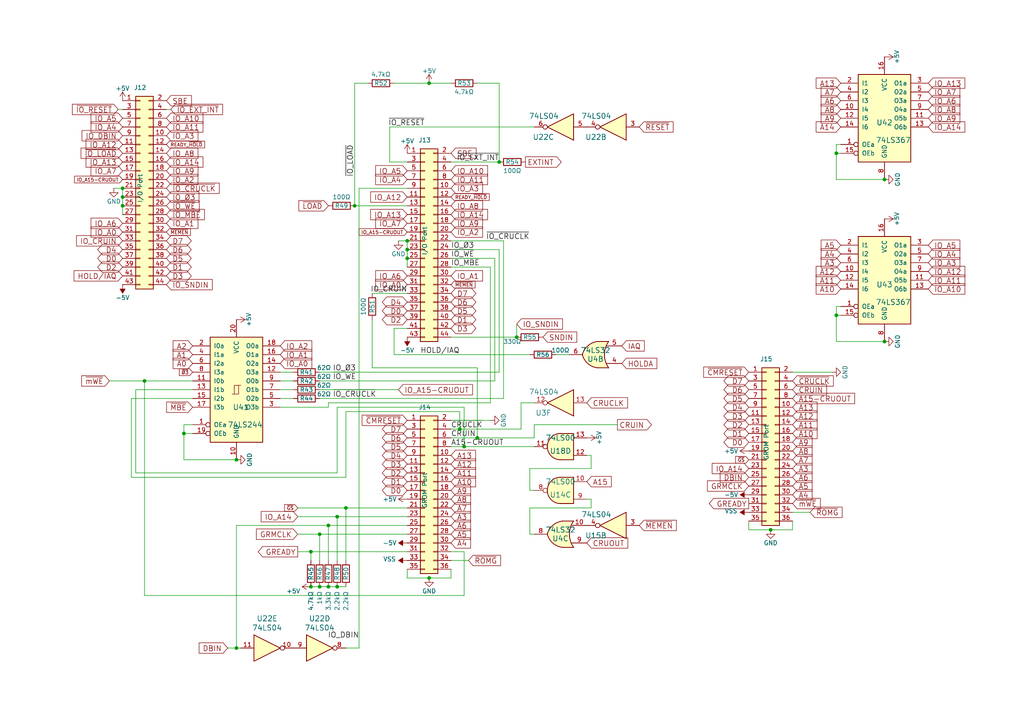
<source format=kicad_sch>
(kicad_sch (version 20211123) (generator eeschema)
  (paper "A4")
  (title_block (title "TI-99/22") (date "2022-12-26") (rev "0.95") (company "Dan Werner - https://github.com/danwerner21/ti99_22") (comment 1 "Schematic for Keyboard, Joystick and Cassette port.") (comment 3 "was based on the HackMac KiCAD Design") (comment 4 "Based Robert Krenicki's design which") (comment 5 "Original - https://github.com/rkrenicki/TI99-Motherboard"))
  (lib_symbols
    (symbol "74xx:74LS00" (pin_names (offset 1.016))
      (property "Reference" "U" (at 0 1.27 0))
      (property "Value" "74LS00" (at 0 -1.27 0))
      (symbol "74LS00_1_1"
        (pin input line (at -7.62 2.54 0) (length 3.81) (name "~") (number "1"))
        (pin input line (at -7.62 -2.54 0) (length 3.81) (name "~") (number "2"))
        (pin output inverted (at 7.62 0 180) (length 3.81) (name "~") (number "3"))
      )
      (symbol "74LS00_1_2"
        (pin input inverted (at -7.62 2.54 0) (length 4.318) (name "~") (number "1"))
        (pin input inverted (at -7.62 -2.54 0) (length 4.318) (name "~") (number "2"))
        (pin output line (at 7.62 0 180) (length 3.81) (name "~") (number "3"))
      )
      (symbol "74LS00_2_1"
        (pin input line (at -7.62 2.54 0) (length 3.81) (name "~") (number "4"))
        (pin input line (at -7.62 -2.54 0) (length 3.81) (name "~") (number "5"))
        (pin output inverted (at 7.62 0 180) (length 3.81) (name "~") (number "6"))
      )
      (symbol "74LS00_2_2"
        (pin input inverted (at -7.62 2.54 0) (length 4.318) (name "~") (number "4"))
        (pin input inverted (at -7.62 -2.54 0) (length 4.318) (name "~") (number "5"))
        (pin output line (at 7.62 0 180) (length 3.81) (name "~") (number "6"))
      )
      (symbol "74LS00_3_1"
        (pin input line (at -7.62 -2.54 0) (length 3.81) (name "~") (number "10"))
        (pin output inverted (at 7.62 0 180) (length 3.81) (name "~") (number "8"))
        (pin input line (at -7.62 2.54 0) (length 3.81) (name "~") (number "9"))
      )
      (symbol "74LS00_3_2"
        (pin input inverted (at -7.62 -2.54 0) (length 4.318) (name "~") (number "10"))
        (pin output line (at 7.62 0 180) (length 3.81) (name "~") (number "8"))
        (pin input inverted (at -7.62 2.54 0) (length 4.318) (name "~") (number "9"))
      )
      (symbol "74LS00_4_1"
        (pin output inverted (at 7.62 0 180) (length 3.81) (name "~") (number "11"))
        (pin input line (at -7.62 2.54 0) (length 3.81) (name "~") (number "12"))
        (pin input line (at -7.62 -2.54 0) (length 3.81) (name "~") (number "13"))
      )
      (symbol "74LS00_4_2"
        (pin output line (at 7.62 0 180) (length 3.81) (name "~") (number "11"))
        (pin input inverted (at -7.62 2.54 0) (length 4.318) (name "~") (number "12"))
        (pin input inverted (at -7.62 -2.54 0) (length 4.318) (name "~") (number "13"))
      )
      (symbol "74LS00_5_0"
        (pin power_in line (at 0 12.7 270) (length 5.08) (name "VCC") (number "14"))
        (pin power_in line (at 0 -12.7 90) (length 5.08) (name "GND") (number "7"))
      )
    )
    (symbol "74xx:74LS04"
      (property "Reference" "U" (at 0 1.27 0))
      (property "Value" "74LS04" (at 0 -1.27 0))
      (symbol "74LS04_1_0"
        (pin input line (at -7.62 0 0) (length 3.81) (name "~") (number "1"))
        (pin output inverted (at 7.62 0 180) (length 3.81) (name "~") (number "2"))
      )
      (symbol "74LS04_2_0"
        (pin input line (at -7.62 0 0) (length 3.81) (name "~") (number "3"))
        (pin output inverted (at 7.62 0 180) (length 3.81) (name "~") (number "4"))
      )
      (symbol "74LS04_3_0"
        (pin input line (at -7.62 0 0) (length 3.81) (name "~") (number "5"))
        (pin output inverted (at 7.62 0 180) (length 3.81) (name "~") (number "6"))
      )
      (symbol "74LS04_4_0"
        (pin output inverted (at 7.62 0 180) (length 3.81) (name "~") (number "8"))
        (pin input line (at -7.62 0 0) (length 3.81) (name "~") (number "9"))
      )
      (symbol "74LS04_5_0"
        (pin output inverted (at 7.62 0 180) (length 3.81) (name "~") (number "10"))
        (pin input line (at -7.62 0 0) (length 3.81) (name "~") (number "11"))
      )
      (symbol "74LS04_6_0"
        (pin output inverted (at 7.62 0 180) (length 3.81) (name "~") (number "12"))
        (pin input line (at -7.62 0 0) (length 3.81) (name "~") (number "13"))
      )
      (symbol "74LS04_7_0"
        (pin power_in line (at 0 12.7 270) (length 5.08) (name "VCC") (number "14"))
        (pin power_in line (at 0 -12.7 90) (length 5.08) (name "GND") (number "7"))
      )
    )
    (symbol "74xx:74LS244" (pin_names (offset 1.016))
      (property "Reference" "U" (at -7.62 16.51 0))
      (property "Value" "74LS244" (at -7.62 -16.51 0))
      (symbol "74LS244_1_0"
        (pin input inverted (at -12.7 -10.16 0) (length 5.08) (name "OEa") (number "1"))
        (pin power_in line (at 0 -20.32 90) (length 5.08) (name "GND") (number "10"))
        (pin input line (at -12.7 2.54 0) (length 5.08) (name "I0b") (number "11"))
        (pin tri_state line (at 12.7 5.08 180) (length 5.08) (name "O3a") (number "12"))
        (pin input line (at -12.7 0 0) (length 5.08) (name "I1b") (number "13"))
        (pin tri_state line (at 12.7 7.62 180) (length 5.08) (name "O2a") (number "14"))
        (pin input line (at -12.7 -2.54 0) (length 5.08) (name "I2b") (number "15"))
        (pin tri_state line (at 12.7 10.16 180) (length 5.08) (name "O1a") (number "16"))
        (pin input line (at -12.7 -5.08 0) (length 5.08) (name "I3b") (number "17"))
        (pin tri_state line (at 12.7 12.7 180) (length 5.08) (name "O0a") (number "18"))
        (pin input inverted (at -12.7 -12.7 0) (length 5.08) (name "OEb") (number "19"))
        (pin input line (at -12.7 12.7 0) (length 5.08) (name "I0a") (number "2"))
        (pin power_in line (at 0 20.32 270) (length 5.08) (name "VCC") (number "20"))
        (pin tri_state line (at 12.7 -5.08 180) (length 5.08) (name "O3b") (number "3"))
        (pin input line (at -12.7 10.16 0) (length 5.08) (name "I1a") (number "4"))
        (pin tri_state line (at 12.7 -2.54 180) (length 5.08) (name "O2b") (number "5"))
        (pin input line (at -12.7 7.62 0) (length 5.08) (name "I2a") (number "6"))
        (pin tri_state line (at 12.7 0 180) (length 5.08) (name "O1b") (number "7"))
        (pin input line (at -12.7 5.08 0) (length 5.08) (name "I3a") (number "8"))
        (pin tri_state line (at 12.7 2.54 180) (length 5.08) (name "O0b") (number "9"))
      )
    )
    (symbol "74xx:74LS32" (pin_names (offset 1.016))
      (property "Reference" "U" (at 0 1.27 0))
      (property "Value" "74LS32" (at 0 -1.27 0))
      (symbol "74LS32_1_1"
        (pin input line (at -7.62 2.54 0) (length 4.318) (name "~") (number "1"))
        (pin input line (at -7.62 -2.54 0) (length 4.318) (name "~") (number "2"))
        (pin output line (at 7.62 0 180) (length 3.81) (name "~") (number "3"))
      )
      (symbol "74LS32_1_2"
        (pin input inverted (at -7.62 2.54 0) (length 3.81) (name "~") (number "1"))
        (pin input inverted (at -7.62 -2.54 0) (length 3.81) (name "~") (number "2"))
        (pin output inverted (at 7.62 0 180) (length 3.81) (name "~") (number "3"))
      )
      (symbol "74LS32_2_1"
        (pin input line (at -7.62 2.54 0) (length 4.318) (name "~") (number "4"))
        (pin input line (at -7.62 -2.54 0) (length 4.318) (name "~") (number "5"))
        (pin output line (at 7.62 0 180) (length 3.81) (name "~") (number "6"))
      )
      (symbol "74LS32_2_2"
        (pin input inverted (at -7.62 2.54 0) (length 3.81) (name "~") (number "4"))
        (pin input inverted (at -7.62 -2.54 0) (length 3.81) (name "~") (number "5"))
        (pin output inverted (at 7.62 0 180) (length 3.81) (name "~") (number "6"))
      )
      (symbol "74LS32_3_1"
        (pin input line (at -7.62 -2.54 0) (length 4.318) (name "~") (number "10"))
        (pin output line (at 7.62 0 180) (length 3.81) (name "~") (number "8"))
        (pin input line (at -7.62 2.54 0) (length 4.318) (name "~") (number "9"))
      )
      (symbol "74LS32_3_2"
        (pin input inverted (at -7.62 -2.54 0) (length 3.81) (name "~") (number "10"))
        (pin output inverted (at 7.62 0 180) (length 3.81) (name "~") (number "8"))
        (pin input inverted (at -7.62 2.54 0) (length 3.81) (name "~") (number "9"))
      )
      (symbol "74LS32_4_1"
        (pin output line (at 7.62 0 180) (length 3.81) (name "~") (number "11"))
        (pin input line (at -7.62 2.54 0) (length 4.318) (name "~") (number "12"))
        (pin input line (at -7.62 -2.54 0) (length 4.318) (name "~") (number "13"))
      )
      (symbol "74LS32_4_2"
        (pin output inverted (at 7.62 0 180) (length 3.81) (name "~") (number "11"))
        (pin input inverted (at -7.62 2.54 0) (length 3.81) (name "~") (number "12"))
        (pin input inverted (at -7.62 -2.54 0) (length 3.81) (name "~") (number "13"))
      )
      (symbol "74LS32_5_0"
        (pin power_in line (at 0 12.7 270) (length 5.08) (name "VCC") (number "14"))
        (pin power_in line (at 0 -12.7 90) (length 5.08) (name "GND") (number "7"))
      )
    )
    (symbol "74xx:74LS367" (pin_names (offset 1.016))
      (property "Reference" "U" (at -7.62 13.97 0))
      (property "Value" "74LS367" (at -7.62 -13.97 0))
      (symbol "74LS367_1_0"
        (pin input inverted (at -12.7 -7.62 0) (length 5.08) (name "OEa") (number "1"))
        (pin input line (at -12.7 2.54 0) (length 5.08) (name "I4") (number "10"))
        (pin tri_state line (at 12.7 0 180) (length 5.08) (name "O5b") (number "11"))
        (pin input line (at -12.7 0 0) (length 5.08) (name "I5") (number "12"))
        (pin tri_state line (at 12.7 -2.54 180) (length 5.08) (name "O6b") (number "13"))
        (pin input line (at -12.7 -2.54 0) (length 5.08) (name "I6") (number "14"))
        (pin input inverted (at -12.7 -10.16 0) (length 5.08) (name "OEb") (number "15"))
        (pin power_in line (at 0 17.78 270) (length 5.08) (name "VCC") (number "16"))
        (pin input line (at -12.7 10.16 0) (length 5.08) (name "I1") (number "2"))
        (pin tri_state line (at 12.7 10.16 180) (length 5.08) (name "O1a") (number "3"))
        (pin input line (at -12.7 7.62 0) (length 5.08) (name "I2") (number "4"))
        (pin tri_state line (at 12.7 7.62 180) (length 5.08) (name "O2a") (number "5"))
        (pin input line (at -12.7 5.08 0) (length 5.08) (name "I3") (number "6"))
        (pin tri_state line (at 12.7 5.08 180) (length 5.08) (name "O3a") (number "7"))
        (pin power_in line (at 0 -17.78 90) (length 5.08) (name "GND") (number "8"))
        (pin tri_state line (at 12.7 2.54 180) (length 5.08) (name "O4a") (number "9"))
      )
    )
    (symbol "Connector_Generic:Conn_02x18_Odd_Even" (pin_names (offset 1.016) hide)
      (property "Reference" "J" (at 1.27 22.86 0))
      (property "Value" "Conn_02x18_Odd_Even" (at 1.27 -25.4 0))
      (symbol "Conn_02x18_Odd_Even_1_1"
        (pin passive line (at -5.08 20.32 0) (length 3.81) (name "Pin_1") (number "1"))
        (pin passive line (at 7.62 10.16 180) (length 3.81) (name "Pin_10") (number "10"))
        (pin passive line (at -5.08 7.62 0) (length 3.81) (name "Pin_11") (number "11"))
        (pin passive line (at 7.62 7.62 180) (length 3.81) (name "Pin_12") (number "12"))
        (pin passive line (at -5.08 5.08 0) (length 3.81) (name "Pin_13") (number "13"))
        (pin passive line (at 7.62 5.08 180) (length 3.81) (name "Pin_14") (number "14"))
        (pin passive line (at -5.08 2.54 0) (length 3.81) (name "Pin_15") (number "15"))
        (pin passive line (at 7.62 2.54 180) (length 3.81) (name "Pin_16") (number "16"))
        (pin passive line (at -5.08 0 0) (length 3.81) (name "Pin_17") (number "17"))
        (pin passive line (at 7.62 0 180) (length 3.81) (name "Pin_18") (number "18"))
        (pin passive line (at -5.08 -2.54 0) (length 3.81) (name "Pin_19") (number "19"))
        (pin passive line (at 7.62 20.32 180) (length 3.81) (name "Pin_2") (number "2"))
        (pin passive line (at 7.62 -2.54 180) (length 3.81) (name "Pin_20") (number "20"))
        (pin passive line (at -5.08 -5.08 0) (length 3.81) (name "Pin_21") (number "21"))
        (pin passive line (at 7.62 -5.08 180) (length 3.81) (name "Pin_22") (number "22"))
        (pin passive line (at -5.08 -7.62 0) (length 3.81) (name "Pin_23") (number "23"))
        (pin passive line (at 7.62 -7.62 180) (length 3.81) (name "Pin_24") (number "24"))
        (pin passive line (at -5.08 -10.16 0) (length 3.81) (name "Pin_25") (number "25"))
        (pin passive line (at 7.62 -10.16 180) (length 3.81) (name "Pin_26") (number "26"))
        (pin passive line (at -5.08 -12.7 0) (length 3.81) (name "Pin_27") (number "27"))
        (pin passive line (at 7.62 -12.7 180) (length 3.81) (name "Pin_28") (number "28"))
        (pin passive line (at -5.08 -15.24 0) (length 3.81) (name "Pin_29") (number "29"))
        (pin passive line (at -5.08 17.78 0) (length 3.81) (name "Pin_3") (number "3"))
        (pin passive line (at 7.62 -15.24 180) (length 3.81) (name "Pin_30") (number "30"))
        (pin passive line (at -5.08 -17.78 0) (length 3.81) (name "Pin_31") (number "31"))
        (pin passive line (at 7.62 -17.78 180) (length 3.81) (name "Pin_32") (number "32"))
        (pin passive line (at -5.08 -20.32 0) (length 3.81) (name "Pin_33") (number "33"))
        (pin passive line (at 7.62 -20.32 180) (length 3.81) (name "Pin_34") (number "34"))
        (pin passive line (at -5.08 -22.86 0) (length 3.81) (name "Pin_35") (number "35"))
        (pin passive line (at 7.62 -22.86 180) (length 3.81) (name "Pin_36") (number "36"))
        (pin passive line (at 7.62 17.78 180) (length 3.81) (name "Pin_4") (number "4"))
        (pin passive line (at -5.08 15.24 0) (length 3.81) (name "Pin_5") (number "5"))
        (pin passive line (at 7.62 15.24 180) (length 3.81) (name "Pin_6") (number "6"))
        (pin passive line (at -5.08 12.7 0) (length 3.81) (name "Pin_7") (number "7"))
        (pin passive line (at 7.62 12.7 180) (length 3.81) (name "Pin_8") (number "8"))
        (pin passive line (at -5.08 10.16 0) (length 3.81) (name "Pin_9") (number "9"))
      )
    )
    (symbol "Connector_Generic:Conn_02x22_Odd_Even" (pin_names (offset 1.016) hide)
      (property "Reference" "J" (at 1.27 27.94 0))
      (property "Value" "Conn_02x22_Odd_Even" (at 1.27 -30.48 0))
      (symbol "Conn_02x22_Odd_Even_1_1"
        (pin passive line (at -5.08 25.4 0) (length 3.81) (name "Pin_1") (number "1"))
        (pin passive line (at 7.62 15.24 180) (length 3.81) (name "Pin_10") (number "10"))
        (pin passive line (at -5.08 12.7 0) (length 3.81) (name "Pin_11") (number "11"))
        (pin passive line (at 7.62 12.7 180) (length 3.81) (name "Pin_12") (number "12"))
        (pin passive line (at -5.08 10.16 0) (length 3.81) (name "Pin_13") (number "13"))
        (pin passive line (at 7.62 10.16 180) (length 3.81) (name "Pin_14") (number "14"))
        (pin passive line (at -5.08 7.62 0) (length 3.81) (name "Pin_15") (number "15"))
        (pin passive line (at 7.62 7.62 180) (length 3.81) (name "Pin_16") (number "16"))
        (pin passive line (at -5.08 5.08 0) (length 3.81) (name "Pin_17") (number "17"))
        (pin passive line (at 7.62 5.08 180) (length 3.81) (name "Pin_18") (number "18"))
        (pin passive line (at -5.08 2.54 0) (length 3.81) (name "Pin_19") (number "19"))
        (pin passive line (at 7.62 25.4 180) (length 3.81) (name "Pin_2") (number "2"))
        (pin passive line (at 7.62 2.54 180) (length 3.81) (name "Pin_20") (number "20"))
        (pin passive line (at -5.08 0 0) (length 3.81) (name "Pin_21") (number "21"))
        (pin passive line (at 7.62 0 180) (length 3.81) (name "Pin_22") (number "22"))
        (pin passive line (at -5.08 -2.54 0) (length 3.81) (name "Pin_23") (number "23"))
        (pin passive line (at 7.62 -2.54 180) (length 3.81) (name "Pin_24") (number "24"))
        (pin passive line (at -5.08 -5.08 0) (length 3.81) (name "Pin_25") (number "25"))
        (pin passive line (at 7.62 -5.08 180) (length 3.81) (name "Pin_26") (number "26"))
        (pin passive line (at -5.08 -7.62 0) (length 3.81) (name "Pin_27") (number "27"))
        (pin passive line (at 7.62 -7.62 180) (length 3.81) (name "Pin_28") (number "28"))
        (pin passive line (at -5.08 -10.16 0) (length 3.81) (name "Pin_29") (number "29"))
        (pin passive line (at -5.08 22.86 0) (length 3.81) (name "Pin_3") (number "3"))
        (pin passive line (at 7.62 -10.16 180) (length 3.81) (name "Pin_30") (number "30"))
        (pin passive line (at -5.08 -12.7 0) (length 3.81) (name "Pin_31") (number "31"))
        (pin passive line (at 7.62 -12.7 180) (length 3.81) (name "Pin_32") (number "32"))
        (pin passive line (at -5.08 -15.24 0) (length 3.81) (name "Pin_33") (number "33"))
        (pin passive line (at 7.62 -15.24 180) (length 3.81) (name "Pin_34") (number "34"))
        (pin passive line (at -5.08 -17.78 0) (length 3.81) (name "Pin_35") (number "35"))
        (pin passive line (at 7.62 -17.78 180) (length 3.81) (name "Pin_36") (number "36"))
        (pin passive line (at -5.08 -20.32 0) (length 3.81) (name "Pin_37") (number "37"))
        (pin passive line (at 7.62 -20.32 180) (length 3.81) (name "Pin_38") (number "38"))
        (pin passive line (at -5.08 -22.86 0) (length 3.81) (name "Pin_39") (number "39"))
        (pin passive line (at 7.62 22.86 180) (length 3.81) (name "Pin_4") (number "4"))
        (pin passive line (at 7.62 -22.86 180) (length 3.81) (name "Pin_40") (number "40"))
        (pin passive line (at -5.08 -25.4 0) (length 3.81) (name "Pin_41") (number "41"))
        (pin passive line (at 7.62 -25.4 180) (length 3.81) (name "Pin_42") (number "42"))
        (pin passive line (at -5.08 -27.94 0) (length 3.81) (name "Pin_43") (number "43"))
        (pin passive line (at 7.62 -27.94 180) (length 3.81) (name "Pin_44") (number "44"))
        (pin passive line (at -5.08 20.32 0) (length 3.81) (name "Pin_5") (number "5"))
        (pin passive line (at 7.62 20.32 180) (length 3.81) (name "Pin_6") (number "6"))
        (pin passive line (at -5.08 17.78 0) (length 3.81) (name "Pin_7") (number "7"))
        (pin passive line (at 7.62 17.78 180) (length 3.81) (name "Pin_8") (number "8"))
        (pin passive line (at -5.08 15.24 0) (length 3.81) (name "Pin_9") (number "9"))
      )
    )
    (symbol "Device:R" (pin_numbers hide) (pin_names (offset 0))
      (property "Reference" "R" (at 2.032 0 90))
      (property "Value" "R" (at 0 0 90))
      (symbol "R_1_1"
        (pin passive line (at 0 3.81 270) (length 1.27) (name "~") (number "1"))
        (pin passive line (at 0 -3.81 90) (length 1.27) (name "~") (number "2"))
      )
    )
    (symbol "power:+5V" (power) (pin_names (offset 0))
      (property "Value" "+5V" (at 0 3.556 0))
      (symbol "+5V_1_1"
        (pin power_in line (at 0 0 90) (length 0) hide (name "+5V") (number "1"))
      )
    )
    (symbol "power:-5V" (power) (pin_names (offset 0))
      (property "Value" "-5V" (at 0 3.81 0))
      (symbol "-5V_0_0"
        (pin power_in line (at 0 0 90) (length 0) hide (name "-5V") (number "1"))
      )
    )
    (symbol "power:GND" (power) (pin_names (offset 0))
      (property "Value" "GND" (at 0 -3.81 0))
      (symbol "GND_1_1"
        (pin power_in line (at 0 0 270) (length 0) hide (name "GND") (number "1"))
      )
    )
    (symbol "power:VSS" (power) (pin_names (offset 0))
      (property "Value" "VSS" (at 0 3.81 0))
      (symbol "VSS_1_1"
        (pin power_in line (at 0 0 90) (length 0) hide (name "VSS") (number "1"))
      )
    )
  )
  (junction (at 92.71 170.18))
  (junction (at 102.87 59.69))
  (junction (at 97.79 170.18))
  (junction (at 133.35 124.46))
  (junction (at 256.54 52.07))
  (junction (at 124.46 24.13))
  (junction (at 53.34 125.73))
  (junction (at 35.56 57.15))
  (junction (at 95.25 152.4))
  (junction (at 144.78 46.99))
  (junction (at 95.25 170.18))
  (junction (at 118.11 74.93))
  (junction (at 35.56 59.69))
  (junction (at 242.57 44.45))
  (junction (at 90.17 160.02))
  (junction (at 118.11 69.85))
  (junction (at 100.33 147.32))
  (junction (at 134.62 129.54))
  (junction (at 92.71 154.94))
  (junction (at 118.11 72.39))
  (junction (at 68.58 133.35))
  (junction (at 90.17 170.18))
  (junction (at 97.79 149.86))
  (junction (at 256.54 99.06))
  (junction (at 242.57 91.44))
  (junction (at 138.43 127))
  (junction (at 223.52 153.67))
  (junction (at 124.46 167.64))
  (junction (at 35.56 54.61))
  (junction (at 68.58 187.96))
  (junction (at 149.86 97.79))
  (junction (at 41.91 110.49))
  (wire (pts (xy 154.94 142.24) (xy 153.67 142.24)))
  (wire (pts (xy 229.87 153.67) (xy 229.87 151.13)))
  (wire (pts (xy 130.81 160.02) (xy 134.62 160.02)))
  (wire (pts (xy 33.02 54.61) (xy 35.56 54.61)))
  (wire (pts (xy 97.79 137.16) (xy 97.79 118.11)))
  (wire (pts (xy 242.57 41.91) (xy 242.57 44.45)))
  (wire (pts (xy 217.17 153.67) (xy 223.52 153.67)))
  (wire (pts (xy 124.46 167.64) (xy 130.81 167.64)))
  (wire (pts (xy 229.87 107.95) (xy 241.3 107.95)))
  (wire (pts (xy 144.78 107.95) (xy 144.78 72.39)))
  (wire (pts (xy 130.81 124.46) (xy 133.35 124.46)))
  (wire (pts (xy 133.35 124.46) (xy 151.13 124.46)))
  (wire (pts (xy 242.57 88.9) (xy 242.57 91.44)))
  (wire (pts (xy 130.81 167.64) (xy 130.81 165.1)))
  (wire (pts (xy 153.67 135.89) (xy 171.45 135.89)))
  (wire (pts (xy 97.79 149.86) (xy 97.79 162.56)))
  (wire (pts (xy 92.71 115.57) (xy 146.05 115.57)))
  (wire (pts (xy 95.25 170.18) (xy 97.79 170.18)))
  (wire (pts (xy 138.43 24.13) (xy 144.78 24.13)))
  (wire (pts (xy 118.11 74.93) (xy 118.11 77.47)))
  (wire (pts (xy 86.36 149.86) (xy 97.79 149.86)))
  (wire (pts (xy 138.43 106.68) (xy 138.43 127)))
  (wire (pts (xy 104.14 54.61) (xy 118.11 54.61)))
  (wire (pts (xy 81.28 115.57) (xy 85.09 115.57)))
  (wire (pts (xy 153.67 142.24) (xy 153.67 135.89)))
  (wire (pts (xy 86.36 154.94) (xy 92.71 154.94)))
  (wire (pts (xy 153.67 102.87) (xy 114.3 102.87)))
  (wire (pts (xy 118.11 165.1) (xy 118.11 167.64)))
  (wire (pts (xy 114.3 95.25) (xy 118.11 95.25)))
  (wire (pts (xy 149.86 93.98) (xy 149.86 97.79)))
  (wire (pts (xy 124.46 24.13) (xy 114.3 24.13)))
  (wire (pts (xy 86.36 147.32) (xy 100.33 147.32)))
  (wire (pts (xy 243.84 44.45) (xy 242.57 44.45)))
  (wire (pts (xy 113.03 46.99) (xy 118.11 46.99)))
  (wire (pts (xy 38.1 115.57) (xy 38.1 138.43)))
  (wire (pts (xy 138.43 127) (xy 130.81 127)))
  (wire (pts (xy 95.25 162.56) (xy 95.25 152.4)))
  (wire (pts (xy 256.54 99.06) (xy 242.57 99.06)))
  (wire (pts (xy 242.57 52.07) (xy 256.54 52.07)))
  (wire (pts (xy 146.05 115.57) (xy 146.05 69.85)))
  (wire (pts (xy 81.28 118.11) (xy 95.25 118.11)))
  (wire (pts (xy 85.09 113.03) (xy 81.28 113.03)))
  (wire (pts (xy 41.91 110.49) (xy 55.88 110.49)))
  (wire (pts (xy 135.89 162.56) (xy 130.81 162.56)))
  (wire (pts (xy 38.1 115.57) (xy 55.88 115.57)))
  (wire (pts (xy 243.84 91.44) (xy 242.57 91.44)))
  (wire (pts (xy 134.62 160.02) (xy 134.62 172.72)))
  (wire (pts (xy 39.37 137.16) (xy 97.79 137.16)))
  (wire (pts (xy 39.37 113.03) (xy 39.37 137.16)))
  (wire (pts (xy 97.79 149.86) (xy 118.11 149.86)))
  (wire (pts (xy 114.3 102.87) (xy 114.3 95.25)))
  (wire (pts (xy 90.17 160.02) (xy 118.11 160.02)))
  (wire (pts (xy 100.33 138.43) (xy 100.33 119.38)))
  (wire (pts (xy 138.43 127) (xy 154.94 127)))
  (wire (pts (xy 102.87 59.69) (xy 102.87 24.13)))
  (wire (pts (xy 153.67 154.94) (xy 153.67 147.32)))
  (wire (pts (xy 107.95 85.09) (xy 118.11 85.09)))
  (wire (pts (xy 143.51 74.93) (xy 130.81 74.93)))
  (wire (pts (xy 107.95 106.68) (xy 107.95 92.71)))
  (wire (pts (xy 100.33 187.96) (xy 104.14 187.96)))
  (wire (pts (xy 243.84 41.91) (xy 242.57 41.91)))
  (wire (pts (xy 104.14 187.96) (xy 104.14 54.61)))
  (wire (pts (xy 95.25 116.84) (xy 142.24 116.84)))
  (wire (pts (xy 92.71 110.49) (xy 143.51 110.49)))
  (wire (pts (xy 102.87 59.69) (xy 118.11 59.69)))
  (wire (pts (xy 53.34 133.35) (xy 53.34 125.73)))
  (wire (pts (xy 100.33 119.38) (xy 133.35 119.38)))
  (wire (pts (xy 90.17 170.18) (xy 92.71 170.18)))
  (wire (pts (xy 41.91 172.72) (xy 134.62 172.72)))
  (wire (pts (xy 100.33 162.56) (xy 100.33 147.32)))
  (wire (pts (xy 95.25 116.84) (xy 95.25 118.11)))
  (wire (pts (xy 68.58 187.96) (xy 68.58 152.4)))
  (wire (pts (xy 39.37 113.03) (xy 55.88 113.03)))
  (wire (pts (xy 118.11 72.39) (xy 118.11 74.93)))
  (wire (pts (xy 171.45 132.08) (xy 170.18 132.08)))
  (wire (pts (xy 130.81 129.54) (xy 134.62 129.54)))
  (wire (pts (xy 100.33 147.32) (xy 118.11 147.32)))
  (wire (pts (xy 35.56 57.15) (xy 35.56 59.69)))
  (wire (pts (xy 153.67 147.32) (xy 171.45 147.32)))
  (wire (pts (xy 34.29 31.75) (xy 35.56 31.75)))
  (wire (pts (xy 92.71 107.95) (xy 144.78 107.95)))
  (wire (pts (xy 35.56 54.61) (xy 35.56 57.15)))
  (wire (pts (xy 31.75 110.49) (xy 41.91 110.49)))
  (wire (pts (xy 171.45 147.32) (xy 171.45 144.78)))
  (wire (pts (xy 242.57 99.06) (xy 242.57 91.44)))
  (wire (pts (xy 95.25 152.4) (xy 118.11 152.4)))
  (wire (pts (xy 55.88 123.19) (xy 53.34 123.19)))
  (wire (pts (xy 130.81 121.92) (xy 142.24 121.92)))
  (wire (pts (xy 243.84 88.9) (xy 242.57 88.9)))
  (wire (pts (xy 35.56 59.69) (xy 35.56 62.23)))
  (wire (pts (xy 118.11 69.85) (xy 118.11 72.39)))
  (wire (pts (xy 106.68 24.13) (xy 102.87 24.13)))
  (wire (pts (xy 81.28 110.49) (xy 85.09 110.49)))
  (wire (pts (xy 130.81 46.99) (xy 144.78 46.99)))
  (wire (pts (xy 143.51 110.49) (xy 143.51 74.93)))
  (wire (pts (xy 217.17 151.13) (xy 217.17 153.67)))
  (wire (pts (xy 151.13 116.84) (xy 151.13 124.46)))
  (wire (pts (xy 161.29 102.87) (xy 165.1 102.87)))
  (wire (pts (xy 142.24 116.84) (xy 142.24 77.47)))
  (wire (pts (xy 68.58 133.35) (xy 53.34 133.35)))
  (wire (pts (xy 154.94 127) (xy 154.94 123.19)))
  (wire (pts (xy 146.05 69.85) (xy 130.81 69.85)))
  (wire (pts (xy 171.45 144.78) (xy 170.18 144.78)))
  (wire (pts (xy 53.34 125.73) (xy 55.88 125.73)))
  (wire (pts (xy 133.35 119.38) (xy 133.35 124.46)))
  (wire (pts (xy 154.94 123.19) (xy 179.07 123.19)))
  (wire (pts (xy 115.57 69.85) (xy 118.11 69.85)))
  (wire (pts (xy 48.26 31.75) (xy 49.53 31.75)))
  (wire (pts (xy 138.43 106.68) (xy 107.95 106.68)))
  (wire (pts (xy 68.58 152.4) (xy 95.25 152.4)))
  (wire (pts (xy 90.17 162.56) (xy 90.17 160.02)))
  (wire (pts (xy 97.79 118.11) (xy 134.62 118.11)))
  (wire (pts (xy 154.94 154.94) (xy 153.67 154.94)))
  (wire (pts (xy 124.46 24.13) (xy 130.81 24.13)))
  (wire (pts (xy 144.78 24.13) (xy 144.78 46.99)))
  (wire (pts (xy 41.91 110.49) (xy 41.91 172.72)))
  (wire (pts (xy 92.71 154.94) (xy 118.11 154.94)))
  (wire (pts (xy 171.45 135.89) (xy 171.45 132.08)))
  (wire (pts (xy 154.94 36.83) (xy 113.03 36.83)))
  (wire (pts (xy 92.71 154.94) (xy 92.71 162.56)))
  (wire (pts (xy 234.95 148.59) (xy 229.87 148.59)))
  (wire (pts (xy 66.04 187.96) (xy 68.58 187.96)))
  (wire (pts (xy 130.81 97.79) (xy 149.86 97.79)))
  (wire (pts (xy 151.13 116.84) (xy 154.94 116.84)))
  (wire (pts (xy 86.36 160.02) (xy 90.17 160.02)))
  (wire (pts (xy 130.81 77.47) (xy 142.24 77.47)))
  (wire (pts (xy 242.57 44.45) (xy 242.57 52.07)))
  (wire (pts (xy 118.11 167.64) (xy 124.46 167.64)))
  (wire (pts (xy 92.71 170.18) (xy 95.25 170.18)))
  (wire (pts (xy 85.09 107.95) (xy 81.28 107.95)))
  (wire (pts (xy 97.79 170.18) (xy 100.33 170.18)))
  (wire (pts (xy 53.34 123.19) (xy 53.34 125.73)))
  (wire (pts (xy 144.78 72.39) (xy 130.81 72.39)))
  (wire (pts (xy 134.62 118.11) (xy 134.62 129.54)))
  (wire (pts (xy 69.85 187.96) (xy 68.58 187.96)))
  (wire (pts (xy 92.71 113.03) (xy 115.57 113.03)))
  (wire (pts (xy 134.62 129.54) (xy 154.94 129.54)))
  (wire (pts (xy 223.52 153.67) (xy 229.87 153.67)))
  (wire (pts (xy 113.03 36.83) (xy 113.03 46.99)))
  (wire (pts (xy 38.1 138.43) (xy 100.33 138.43)))
  (label "~{IO_LOAD}" (at 102.87 41.91 270) (effects (font (size 1.524 1.524))))
  (label "IO_CRUIN" (at 118.11 85.09 180) (effects (font (size 1.524 1.524))))
  (label "~{CRUCLK}" (at 130.81 124.46 0) (effects (font (size 1.524 1.524))))
  (label "IO_Ø3" (at 130.81 72.39 0) (effects (font (size 1.524 1.524))))
  (label "~{IO_WE}" (at 130.81 74.93 0) (effects (font (size 1.524 1.524))))
  (label "IO_DBIN" (at 104.14 185.42 180) (effects (font (size 1.524 1.524))))
  (label "~{IO_RESET}" (at 123.19 36.83 180) (effects (font (size 1.524 1.524))))
  (label "~{IO_CRUCLK}" (at 96.52 115.57 0) (effects (font (size 1.524 1.524))))
  (label "IO_Ø3" (at 96.52 107.95 0) (effects (font (size 1.524 1.524))))
  (label "~{IO_MBE}" (at 130.81 77.47 0) (effects (font (size 1.524 1.524))))
  (label "A15-CRUOUT" (at 130.81 129.54 0) (effects (font (size 1.524 1.524))))
  (label "~{IO_WE}" (at 96.52 110.49 0) (effects (font (size 1.524 1.524))))
  (label "~{IO_CRUCLK}" (at 140.97 69.85 0) (effects (font (size 1.524 1.524))))
  (label "CRUIN" (at 130.81 127 0) (effects (font (size 1.524 1.524))))
  (label "~{IO_EXT_INT}" (at 144.78 46.99 180) (effects (font (size 1.524 1.524))))
  (label "HOLD/IAQ" (at 121.92 102.87 0) (effects (font (size 1.524 1.524))))
  (global_label "DBIN" (shape input) (at 217.17 138.43 180) (effects (font (size 1.524 1.524))) (property "Intersheet References" "${INTERSHEET_REFS}" (effects hide)))
  (global_label "D3" (shape bidirectional) (at 217.17 120.65 180) (effects (font (size 1.524 1.524))) (property "Intersheet References" "${INTERSHEET_REFS}" (effects hide)))
  (global_label "A13" (shape input) (at 130.81 132.08 0) (effects (font (size 1.524 1.524))) (property "Intersheet References" "${INTERSHEET_REFS}" (effects hide)))
  (global_label "IO_A8" (shape input) (at 130.81 59.69 0) (effects (font (size 1.524 1.524))) (property "Intersheet References" "${INTERSHEET_REFS}" (effects hide)))
  (global_label "~{CRUCLK}" (shape input) (at 229.87 110.49 0) (effects (font (size 1.524 1.524))) (property "Intersheet References" "${INTERSHEET_REFS}" (effects hide)))
  (global_label "DBIN" (shape input) (at 66.04 187.96 180) (effects (font (size 1.524 1.524))) (property "Intersheet References" "${INTERSHEET_REFS}" (effects hide)))
  (global_label "IO_A1" (shape input) (at 48.26 64.77 0) (effects (font (size 1.524 1.524))) (property "Intersheet References" "${INTERSHEET_REFS}" (effects hide)))
  (global_label "CRUOUT" (shape input) (at 170.18 157.48 0) (effects (font (size 1.524 1.524))) (property "Intersheet References" "${INTERSHEET_REFS}" (effects hide)))
  (global_label "IO_A2" (shape input) (at 48.26 52.07 0) (effects (font (size 1.524 1.524))) (property "Intersheet References" "${INTERSHEET_REFS}" (effects hide)))
  (global_label "A5" (shape input) (at 243.84 71.12 180) (effects (font (size 1.524 1.524))) (property "Intersheet References" "${INTERSHEET_REFS}" (effects hide)))
  (global_label "D6" (shape bidirectional) (at 48.26 72.39 0) (effects (font (size 1.524 1.524))) (property "Intersheet References" "${INTERSHEET_REFS}" (effects hide)))
  (global_label "~{CMRESET}" (shape input) (at 118.11 121.92 180) (effects (font (size 1.524 1.524))) (property "Intersheet References" "${INTERSHEET_REFS}" (effects hide)))
  (global_label "D5" (shape bidirectional) (at 217.17 115.57 180) (effects (font (size 1.524 1.524))) (property "Intersheet References" "${INTERSHEET_REFS}" (effects hide)))
  (global_label "A11" (shape input) (at 229.87 123.19 0) (effects (font (size 1.524 1.524))) (property "Intersheet References" "${INTERSHEET_REFS}" (effects hide)))
  (global_label "IO_A0" (shape input) (at 81.28 105.41 0) (effects (font (size 1.524 1.524))) (property "Intersheet References" "${INTERSHEET_REFS}" (effects hide)))
  (global_label "D5" (shape bidirectional) (at 118.11 129.54 180) (effects (font (size 1.524 1.524))) (property "Intersheet References" "${INTERSHEET_REFS}" (effects hide)))
  (global_label "IO_A15-CRUOUT" (shape input) (at 118.11 67.31 180) (effects (font (size 0.9906 0.9906))) (property "Intersheet References" "${INTERSHEET_REFS}" (effects hide)))
  (global_label "~{mWE}" (shape input) (at 229.87 146.05 0) (effects (font (size 1.524 1.524))) (property "Intersheet References" "${INTERSHEET_REFS}" (effects hide)))
  (global_label "IO_A14" (shape input) (at 130.81 62.23 0) (effects (font (size 1.524 1.524))) (property "Intersheet References" "${INTERSHEET_REFS}" (effects hide)))
  (global_label "IO_A12" (shape input) (at 118.11 57.15 180) (effects (font (size 1.524 1.524))) (property "Intersheet References" "${INTERSHEET_REFS}" (effects hide)))
  (global_label "D4" (shape bidirectional) (at 118.11 87.63 180) (effects (font (size 1.524 1.524))) (property "Intersheet References" "${INTERSHEET_REFS}" (effects hide)))
  (global_label "A9" (shape input) (at 229.87 128.27 0) (effects (font (size 1.524 1.524))) (property "Intersheet References" "${INTERSHEET_REFS}" (effects hide)))
  (global_label "IO_Ø3" (shape input) (at 48.26 57.15 0) (effects (font (size 1.524 1.524))) (property "Intersheet References" "${INTERSHEET_REFS}" (effects hide)))
  (global_label "A4" (shape input) (at 243.84 73.66 180) (effects (font (size 1.524 1.524))) (property "Intersheet References" "${INTERSHEET_REFS}" (effects hide)))
  (global_label "~{IO_MBE}" (shape input) (at 48.26 62.23 0) (effects (font (size 1.524 1.524))) (property "Intersheet References" "${INTERSHEET_REFS}" (effects hide)))
  (global_label "D7" (shape bidirectional) (at 130.81 85.09 0) (effects (font (size 1.524 1.524))) (property "Intersheet References" "${INTERSHEET_REFS}" (effects hide)))
  (global_label "A12" (shape input) (at 229.87 120.65 0) (effects (font (size 1.524 1.524))) (property "Intersheet References" "${INTERSHEET_REFS}" (effects hide)))
  (global_label "HOLD{slash}IAQ" (shape input) (at 35.56 80.01 180) (effects (font (size 1.524 1.524))) (property "Intersheet References" "${INTERSHEET_REFS}" (effects hide)))
  (global_label "A9" (shape input) (at 130.81 142.24 0) (effects (font (size 1.524 1.524))) (property "Intersheet References" "${INTERSHEET_REFS}" (effects hide)))
  (global_label "A1" (shape input) (at 55.88 102.87 180) (effects (font (size 1.524 1.524))) (property "Intersheet References" "${INTERSHEET_REFS}" (effects hide)))
  (global_label "A8" (shape input) (at 130.81 144.78 0) (effects (font (size 1.524 1.524))) (property "Intersheet References" "${INTERSHEET_REFS}" (effects hide)))
  (global_label "D0" (shape bidirectional) (at 118.11 90.17 180) (effects (font (size 1.524 1.524))) (property "Intersheet References" "${INTERSHEET_REFS}" (effects hide)))
  (global_label "IO_A5" (shape input) (at 35.56 34.29 180) (effects (font (size 1.524 1.524))) (property "Intersheet References" "${INTERSHEET_REFS}" (effects hide)))
  (global_label "IO_A4" (shape input) (at 35.56 36.83 180) (effects (font (size 1.524 1.524))) (property "Intersheet References" "${INTERSHEET_REFS}" (effects hide)))
  (global_label "A11" (shape input) (at 243.84 81.28 180) (effects (font (size 1.524 1.524))) (property "Intersheet References" "${INTERSHEET_REFS}" (effects hide)))
  (global_label "D2" (shape bidirectional) (at 118.11 137.16 180) (effects (font (size 1.524 1.524))) (property "Intersheet References" "${INTERSHEET_REFS}" (effects hide)))
  (global_label "READY_~{HOLD}" (shape input) (at 130.81 57.15 0) (effects (font (size 0.9906 0.9906))) (property "Intersheet References" "${INTERSHEET_REFS}" (effects hide)))
  (global_label "IO_A1" (shape input) (at 81.28 102.87 0) (effects (font (size 1.524 1.524))) (property "Intersheet References" "${INTERSHEET_REFS}" (effects hide)))
  (global_label "D2" (shape bidirectional) (at 217.17 123.19 180) (effects (font (size 1.524 1.524))) (property "Intersheet References" "${INTERSHEET_REFS}" (effects hide)))
  (global_label "IO_A8" (shape input) (at 269.24 31.75 0) (effects (font (size 1.524 1.524))) (property "Intersheet References" "${INTERSHEET_REFS}" (effects hide)))
  (global_label "D3" (shape bidirectional) (at 48.26 80.01 0) (effects (font (size 1.524 1.524))) (property "Intersheet References" "${INTERSHEET_REFS}" (effects hide)))
  (global_label "D6" (shape bidirectional) (at 118.11 127 180) (effects (font (size 1.524 1.524))) (property "Intersheet References" "${INTERSHEET_REFS}" (effects hide)))
  (global_label "~{ROMG}" (shape input) (at 234.95 148.59 0) (effects (font (size 1.524 1.524))) (property "Intersheet References" "${INTERSHEET_REFS}" (effects hide)))
  (global_label "~{LOAD}" (shape input) (at 95.25 59.69 180) (effects (font (size 1.524 1.524))) (property "Intersheet References" "${INTERSHEET_REFS}" (effects hide)))
  (global_label "IO_A3" (shape input) (at 269.24 76.2 0) (effects (font (size 1.524 1.524))) (property "Intersheet References" "${INTERSHEET_REFS}" (effects hide)))
  (global_label "D0" (shape bidirectional) (at 118.11 142.24 180) (effects (font (size 1.524 1.524))) (property "Intersheet References" "${INTERSHEET_REFS}" (effects hide)))
  (global_label "IO_A11" (shape input) (at 269.24 81.28 0) (effects (font (size 1.524 1.524))) (property "Intersheet References" "${INTERSHEET_REFS}" (effects hide)))
  (global_label "D7" (shape bidirectional) (at 217.17 110.49 180) (effects (font (size 1.524 1.524))) (property "Intersheet References" "${INTERSHEET_REFS}" (effects hide)))
  (global_label "A4" (shape input) (at 229.87 143.51 0) (effects (font (size 1.524 1.524))) (property "Intersheet References" "${INTERSHEET_REFS}" (effects hide)))
  (global_label "IO_A8" (shape input) (at 48.26 44.45 0) (effects (font (size 1.524 1.524))) (property "Intersheet References" "${INTERSHEET_REFS}" (effects hide)))
  (global_label "IO_A7" (shape input) (at 118.11 64.77 180) (effects (font (size 1.524 1.524))) (property "Intersheet References" "${INTERSHEET_REFS}" (effects hide)))
  (global_label "A10" (shape input) (at 243.84 83.82 180) (effects (font (size 1.524 1.524))) (property "Intersheet References" "${INTERSHEET_REFS}" (effects hide)))
  (global_label "IO_A0" (shape input) (at 35.56 67.31 180) (effects (font (size 1.524 1.524))) (property "Intersheet References" "${INTERSHEET_REFS}" (effects hide)))
  (global_label "D1" (shape bidirectional) (at 130.81 92.71 0) (effects (font (size 1.524 1.524))) (property "Intersheet References" "${INTERSHEET_REFS}" (effects hide)))
  (global_label "IO_A6" (shape input) (at 35.56 64.77 180) (effects (font (size 1.524 1.524))) (property "Intersheet References" "${INTERSHEET_REFS}" (effects hide)))
  (global_label "~{Ø3}" (shape input) (at 55.88 107.95 180) (effects (font (size 0.9906 0.9906))) (property "Intersheet References" "${INTERSHEET_REFS}" (effects hide)))
  (global_label "IO_A12" (shape input) (at 269.24 78.74 0) (effects (font (size 1.524 1.524))) (property "Intersheet References" "${INTERSHEET_REFS}" (effects hide)))
  (global_label "~{MEMEN}" (shape input) (at 185.42 152.4 0) (effects (font (size 1.524 1.524))) (property "Intersheet References" "${INTERSHEET_REFS}" (effects hide)))
  (global_label "IO_A7" (shape input) (at 269.24 26.67 0) (effects (font (size 1.524 1.524))) (property "Intersheet References" "${INTERSHEET_REFS}" (effects hide)))
  (global_label "CRUIN" (shape output) (at 179.07 123.19 0) (effects (font (size 1.524 1.524))) (property "Intersheet References" "${INTERSHEET_REFS}" (effects hide)))
  (global_label "IO_A9" (shape input) (at 269.24 34.29 0) (effects (font (size 1.524 1.524))) (property "Intersheet References" "${INTERSHEET_REFS}" (effects hide)))
  (global_label "D4" (shape bidirectional) (at 118.11 132.08 180) (effects (font (size 1.524 1.524))) (property "Intersheet References" "${INTERSHEET_REFS}" (effects hide)))
  (global_label "A5" (shape input) (at 229.87 140.97 0) (effects (font (size 1.524 1.524))) (property "Intersheet References" "${INTERSHEET_REFS}" (effects hide)))
  (global_label "HOLDA" (shape input) (at 180.34 105.41 0) (effects (font (size 1.524 1.524))) (property "Intersheet References" "${INTERSHEET_REFS}" (effects hide)))
  (global_label "A3" (shape input) (at 130.81 149.86 0) (effects (font (size 1.524 1.524))) (property "Intersheet References" "${INTERSHEET_REFS}" (effects hide)))
  (global_label "IO_A13" (shape input) (at 269.24 24.13 0) (effects (font (size 1.524 1.524))) (property "Intersheet References" "${INTERSHEET_REFS}" (effects hide)))
  (global_label "SBE" (shape input) (at 130.81 44.45 0) (effects (font (size 1.524 1.524))) (property "Intersheet References" "${INTERSHEET_REFS}" (effects hide)))
  (global_label "D3" (shape bidirectional) (at 118.11 134.62 180) (effects (font (size 1.524 1.524))) (property "Intersheet References" "${INTERSHEET_REFS}" (effects hide)))
  (global_label "IO_A14" (shape input) (at 269.24 36.83 0) (effects (font (size 1.524 1.524))) (property "Intersheet References" "${INTERSHEET_REFS}" (effects hide)))
  (global_label "IO_A10" (shape input) (at 269.24 83.82 0) (effects (font (size 1.524 1.524))) (property "Intersheet References" "${INTERSHEET_REFS}" (effects hide)))
  (global_label "~{GS}" (shape input) (at 217.17 133.35 180) (effects (font (size 0.9906 0.9906))) (property "Intersheet References" "${INTERSHEET_REFS}" (effects hide)))
  (global_label "IO_DBIN" (shape input) (at 35.56 39.37 180) (effects (font (size 1.524 1.524))) (property "Intersheet References" "${INTERSHEET_REFS}" (effects hide)))
  (global_label "A8" (shape input) (at 243.84 31.75 180) (effects (font (size 1.524 1.524))) (property "Intersheet References" "${INTERSHEET_REFS}" (effects hide)))
  (global_label "A10" (shape input) (at 130.81 139.7 0) (effects (font (size 1.524 1.524))) (property "Intersheet References" "${INTERSHEET_REFS}" (effects hide)))
  (global_label "A14" (shape input) (at 243.84 36.83 180) (effects (font (size 1.524 1.524))) (property "Intersheet References" "${INTERSHEET_REFS}" (effects hide)))
  (global_label "IO_A12" (shape input) (at 35.56 41.91 180) (effects (font (size 1.524 1.524))) (property "Intersheet References" "${INTERSHEET_REFS}" (effects hide)))
  (global_label "GRMCLK" (shape input) (at 217.17 140.97 180) (effects (font (size 1.524 1.524))) (property "Intersheet References" "${INTERSHEET_REFS}" (effects hide)))
  (global_label "IO_A9" (shape input) (at 48.26 49.53 0) (effects (font (size 1.524 1.524))) (property "Intersheet References" "${INTERSHEET_REFS}" (effects hide)))
  (global_label "A6" (shape input) (at 243.84 29.21 180) (effects (font (size 1.524 1.524))) (property "Intersheet References" "${INTERSHEET_REFS}" (effects hide)))
  (global_label "IO_A15-CRUOUT" (shape input) (at 115.57 113.03 0) (effects (font (size 1.524 1.524))) (property "Intersheet References" "${INTERSHEET_REFS}" (effects hide)))
  (global_label "D3" (shape bidirectional) (at 130.81 95.25 0) (effects (font (size 1.524 1.524))) (property "Intersheet References" "${INTERSHEET_REFS}" (effects hide)))
  (global_label "SBE" (shape input) (at 48.26 29.21 0) (effects (font (size 1.524 1.524))) (property "Intersheet References" "${INTERSHEET_REFS}" (effects hide)))
  (global_label "A3" (shape input) (at 243.84 76.2 180) (effects (font (size 1.524 1.524))) (property "Intersheet References" "${INTERSHEET_REFS}" (effects hide)))
  (global_label "~{mWE}" (shape input) (at 31.75 110.49 180) (effects (font (size 1.524 1.524))) (property "Intersheet References" "${INTERSHEET_REFS}" (effects hide)))
  (global_label "IO_A11" (shape input) (at 48.26 36.83 0) (effects (font (size 1.524 1.524))) (property "Intersheet References" "${INTERSHEET_REFS}" (effects hide)))
  (global_label "D2" (shape bidirectional) (at 118.11 92.71 180) (effects (font (size 1.524 1.524))) (property "Intersheet References" "${INTERSHEET_REFS}" (effects hide)))
  (global_label "~{IO_EXT_INT}" (shape input) (at 49.53 31.75 0) (effects (font (size 1.524 1.524))) (property "Intersheet References" "${INTERSHEET_REFS}" (effects hide)))
  (global_label "IO_SNDIN" (shape input) (at 149.86 93.98 0) (effects (font (size 1.524 1.524))) (property "Intersheet References" "${INTERSHEET_REFS}" (effects hide)))
  (global_label "IO_A3" (shape input) (at 48.26 39.37 0) (effects (font (size 1.524 1.524))) (property "Intersheet References" "${INTERSHEET_REFS}" (effects hide)))
  (global_label "~{MEMEN}" (shape input) (at 130.81 82.55 0) (effects (font (size 0.9906 0.9906))) (property "Intersheet References" "${INTERSHEET_REFS}" (effects hide)))
  (global_label "~{IO_CRUCLK}" (shape input) (at 48.26 54.61 0) (effects (font (size 1.524 1.524))) (property "Intersheet References" "${INTERSHEET_REFS}" (effects hide)))
  (global_label "IO_A14" (shape input) (at 217.17 135.89 180) (effects (font (size 1.524 1.524))) (property "Intersheet References" "${INTERSHEET_REFS}" (effects hide)))
  (global_label "A12" (shape input) (at 243.84 78.74 180) (effects (font (size 1.524 1.524))) (property "Intersheet References" "${INTERSHEET_REFS}" (effects hide)))
  (global_label "A15" (shape input) (at 170.18 139.7 0) (effects (font (size 1.524 1.524))) (property "Intersheet References" "${INTERSHEET_REFS}" (effects hide)))
  (global_label "IO_A4" (shape input) (at 269.24 73.66 0) (effects (font (size 1.524 1.524))) (property "Intersheet References" "${INTERSHEET_REFS}" (effects hide)))
  (global_label "D7" (shape bidirectional) (at 118.11 124.46 180) (effects (font (size 1.524 1.524))) (property "Intersheet References" "${INTERSHEET_REFS}" (effects hide)))
  (global_label "IO_A10" (shape input) (at 130.81 49.53 0) (effects (font (size 1.524 1.524))) (property "Intersheet References" "${INTERSHEET_REFS}" (effects hide)))
  (global_label "A13" (shape input) (at 243.84 24.13 180) (effects (font (size 1.524 1.524))) (property "Intersheet References" "${INTERSHEET_REFS}" (effects hide)))
  (global_label "IO_A5" (shape input) (at 269.24 71.12 0) (effects (font (size 1.524 1.524))) (property "Intersheet References" "${INTERSHEET_REFS}" (effects hide)))
  (global_label "D4" (shape bidirectional) (at 35.56 72.39 180) (effects (font (size 1.524 1.524))) (property "Intersheet References" "${INTERSHEET_REFS}" (effects hide)))
  (global_label "IO_A10" (shape input) (at 48.26 34.29 0) (effects (font (size 1.524 1.524))) (property "Intersheet References" "${INTERSHEET_REFS}" (effects hide)))
  (global_label "IO_CRUIN" (shape input) (at 35.56 69.85 180) (effects (font (size 1.524 1.524))) (property "Intersheet References" "${INTERSHEET_REFS}" (effects hide)))
  (global_label "A10" (shape input) (at 229.87 125.73 0) (effects (font (size 1.524 1.524))) (property "Intersheet References" "${INTERSHEET_REFS}" (effects hide)))
  (global_label "GRMCLK" (shape input) (at 86.36 154.94 180) (effects (font (size 1.524 1.524))) (property "Intersheet References" "${INTERSHEET_REFS}" (effects hide)))
  (global_label "IO_A5" (shape input) (at 118.11 49.53 180) (effects (font (size 1.524 1.524))) (property "Intersheet References" "${INTERSHEET_REFS}" (effects hide)))
  (global_label "IAQ" (shape input) (at 180.34 100.33 0) (effects (font (size 1.524 1.524))) (property "Intersheet References" "${INTERSHEET_REFS}" (effects hide)))
  (global_label "GREADY" (shape output) (at 217.17 146.05 180) (effects (font (size 1.524 1.524))) (property "Intersheet References" "${INTERSHEET_REFS}" (effects hide)))
  (global_label "D1" (shape bidirectional) (at 48.26 77.47 0) (effects (font (size 1.524 1.524))) (property "Intersheet References" "${INTERSHEET_REFS}" (effects hide)))
  (global_label "SNDIN" (shape input) (at 157.48 97.79 0) (effects (font (size 1.524 1.524))) (property "Intersheet References" "${INTERSHEET_REFS}" (effects hide)))
  (global_label "IO_A6" (shape input) (at 269.24 29.21 0) (effects (font (size 1.524 1.524))) (property "Intersheet References" "${INTERSHEET_REFS}" (effects hide)))
  (global_label "CRUIN" (shape input) (at 229.87 113.03 0) (effects (font (size 1.524 1.524))) (property "Intersheet References" "${INTERSHEET_REFS}" (effects hide)))
  (global_label "~{IO_RESET}" (shape input) (at 34.29 31.75 180) (effects (font (size 1.524 1.524))) (property "Intersheet References" "${INTERSHEET_REFS}" (effects hide)))
  (global_label "IO_A15-CRUOUT" (shape input) (at 35.56 52.07 180) (effects (font (size 0.9906 0.9906))) (property "Intersheet References" "${INTERSHEET_REFS}" (effects hide)))
  (global_label "A9" (shape input) (at 243.84 34.29 180) (effects (font (size 1.524 1.524))) (property "Intersheet References" "${INTERSHEET_REFS}" (effects hide)))
  (global_label "D0" (shape bidirectional) (at 35.56 74.93 180) (effects (font (size 1.524 1.524))) (property "Intersheet References" "${INTERSHEET_REFS}" (effects hide)))
  (global_label "D6" (shape bidirectional) (at 130.81 87.63 0) (effects (font (size 1.524 1.524))) (property "Intersheet References" "${INTERSHEET_REFS}" (effects hide)))
  (global_label "A6" (shape input) (at 229.87 138.43 0) (effects (font (size 1.524 1.524))) (property "Intersheet References" "${INTERSHEET_REFS}" (effects hide)))
  (global_label "A0" (shape input) (at 55.88 105.41 180) (effects (font (size 1.524 1.524))) (property "Intersheet References" "${INTERSHEET_REFS}" (effects hide)))
  (global_label "~{MBE}" (shape input) (at 55.88 118.11 180) (effects (font (size 1.524 1.524))) (property "Intersheet References" "${INTERSHEET_REFS}" (effects hide)))
  (global_label "~{MEMEN}" (shape input) (at 48.26 67.31 0) (effects (font (size 0.9906 0.9906))) (property "Intersheet References" "${INTERSHEET_REFS}" (effects hide)))
  (global_label "D4" (shape bidirectional) (at 217.17 118.11 180) (effects (font (size 1.524 1.524))) (property "Intersheet References" "${INTERSHEET_REFS}" (effects hide)))
  (global_label "A7" (shape input) (at 130.81 147.32 0) (effects (font (size 1.524 1.524))) (property "Intersheet References" "${INTERSHEET_REFS}" (effects hide)))
  (global_label "D0" (shape bidirectional) (at 217.17 128.27 180) (effects (font (size 1.524 1.524))) (property "Intersheet References" "${INTERSHEET_REFS}" (effects hide)))
  (global_label "IO_A9" (shape input) (at 130.81 64.77 0) (effects (font (size 1.524 1.524))) (property "Intersheet References" "${INTERSHEET_REFS}" (effects hide)))
  (global_label "D5" (shape bidirectional) (at 48.26 74.93 0) (effects (font (size 1.524 1.524))) (property "Intersheet References" "${INTERSHEET_REFS}" (effects hide)))
  (global_label "~{IO_WE}" (shape input) (at 48.26 59.69 0) (effects (font (size 1.524 1.524))) (property "Intersheet References" "${INTERSHEET_REFS}" (effects hide)))
  (global_label "A4" (shape input) (at 130.81 157.48 0) (effects (font (size 1.524 1.524))) (property "Intersheet References" "${INTERSHEET_REFS}" (effects hide)))
  (global_label "IO_A11" (shape input) (at 130.81 52.07 0) (effects (font (size 1.524 1.524))) (property "Intersheet References" "${INTERSHEET_REFS}" (effects hide)))
  (global_label "GREADY" (shape output) (at 86.36 160.02 180) (effects (font (size 1.524 1.524))) (property "Intersheet References" "${INTERSHEET_REFS}" (effects hide)))
  (global_label "READY_~{HOLD}" (shape input) (at 48.26 41.91 0) (effects (font (size 0.9906 0.9906))) (property "Intersheet References" "${INTERSHEET_REFS}" (effects hide)))
  (global_label "IO_A1" (shape input) (at 130.81 80.01 0) (effects (font (size 1.524 1.524))) (property "Intersheet References" "${INTERSHEET_REFS}" (effects hide)))
  (global_label "A11" (shape input) (at 130.81 137.16 0) (effects (font (size 1.524 1.524))) (property "Intersheet References" "${INTERSHEET_REFS}" (effects hide)))
  (global_label "A3" (shape input) (at 229.87 135.89 0) (effects (font (size 1.524 1.524))) (property "Intersheet References" "${INTERSHEET_REFS}" (effects hide)))
  (global_label "D7" (shape bidirectional) (at 48.26 69.85 0) (effects (font (size 1.524 1.524))) (property "Intersheet References" "${INTERSHEET_REFS}" (effects hide)))
  (global_label "~{GS}" (shape input) (at 86.36 147.32 180) (effects (font (size 0.9906 0.9906))) (property "Intersheet References" "${INTERSHEET_REFS}" (effects hide)))
  (global_label "IO_A14" (shape input) (at 86.36 149.86 180) (effects (font (size 1.524 1.524))) (property "Intersheet References" "${INTERSHEET_REFS}" (effects hide)))
  (global_label "D2" (shape bidirectional) (at 35.56 77.47 180) (effects (font (size 1.524 1.524))) (property "Intersheet References" "${INTERSHEET_REFS}" (effects hide)))
  (global_label "IO_A0" (shape input) (at 118.11 82.55 180) (effects (font (size 1.524 1.524))) (property "Intersheet References" "${INTERSHEET_REFS}" (effects hide)))
  (global_label "A12" (shape input) (at 130.81 134.62 0) (effects (font (size 1.524 1.524))) (property "Intersheet References" "${INTERSHEET_REFS}" (effects hide)))
  (global_label "A8" (shape input) (at 229.87 130.81 0) (effects (font (size 1.524 1.524))) (property "Intersheet References" "${INTERSHEET_REFS}" (effects hide)))
  (global_label "IO_A2" (shape input) (at 81.28 100.33 0) (effects (font (size 1.524 1.524))) (property "Intersheet References" "${INTERSHEET_REFS}" (effects hide)))
  (global_label "A6" (shape input) (at 130.81 152.4 0) (effects (font (size 1.524 1.524))) (property "Intersheet References" "${INTERSHEET_REFS}" (effects hide)))
  (global_label "~{IO_LOAD}" (shape input) (at 35.56 44.45 180) (effects (font (size 1.524 1.524))) (property "Intersheet References" "${INTERSHEET_REFS}" (effects hide)))
  (global_label "EXTINT" (shape output) (at 152.4 46.99 0) (effects (font (size 1.524 1.524))) (property "Intersheet References" "${INTERSHEET_REFS}" (effects hide)))
  (global_label "A5" (shape input) (at 130.81 154.94 0) (effects (font (size 1.524 1.524))) (property "Intersheet References" "${INTERSHEET_REFS}" (effects hide)))
  (global_label "~{CMRESET}" (shape input) (at 217.17 107.95 180) (effects (font (size 1.524 1.524))) (property "Intersheet References" "${INTERSHEET_REFS}" (effects hide)))
  (global_label "A7" (shape input) (at 243.84 26.67 180) (effects (font (size 1.524 1.524))) (property "Intersheet References" "${INTERSHEET_REFS}" (effects hide)))
  (global_label "IO_A6" (shape input) (at 118.11 80.01 180) (effects (font (size 1.524 1.524))) (property "Intersheet References" "${INTERSHEET_REFS}" (effects hide)))
  (global_label "IO_A2" (shape input) (at 130.81 67.31 0) (effects (font (size 1.524 1.524))) (property "Intersheet References" "${INTERSHEET_REFS}" (effects hide)))
  (global_label "IO_A13" (shape input) (at 35.56 46.99 180) (effects (font (size 1.524 1.524))) (property "Intersheet References" "${INTERSHEET_REFS}" (effects hide)))
  (global_label "A15-CRUOUT" (shape input) (at 229.87 115.57 0) (effects (font (size 1.524 1.524))) (property "Intersheet References" "${INTERSHEET_REFS}" (effects hide)))
  (global_label "A2" (shape input) (at 55.88 100.33 180) (effects (font (size 1.524 1.524))) (property "Intersheet References" "${INTERSHEET_REFS}" (effects hide)))
  (global_label "CRUCLK" (shape input) (at 170.18 116.84 0) (effects (font (size 1.524 1.524))) (property "Intersheet References" "${INTERSHEET_REFS}" (effects hide)))
  (global_label "D5" (shape bidirectional) (at 130.81 90.17 0) (effects (font (size 1.524 1.524))) (property "Intersheet References" "${INTERSHEET_REFS}" (effects hide)))
  (global_label "~{RESET}" (shape input) (at 185.42 36.83 0) (effects (font (size 1.524 1.524))) (property "Intersheet References" "${INTERSHEET_REFS}" (effects hide)))
  (global_label "A13" (shape input) (at 229.87 118.11 0) (effects (font (size 1.524 1.524))) (property "Intersheet References" "${INTERSHEET_REFS}" (effects hide)))
  (global_label "D1" (shape bidirectional) (at 217.17 125.73 180) (effects (font (size 1.524 1.524))) (property "Intersheet References" "${INTERSHEET_REFS}" (effects hide)))
  (global_label "D6" (shape bidirectional) (at 217.17 113.03 180) (effects (font (size 1.524 1.524))) (property "Intersheet References" "${INTERSHEET_REFS}" (effects hide)))
  (global_label "IO_SNDIN" (shape input) (at 48.26 82.55 0) (effects (font (size 1.524 1.524))) (property "Intersheet References" "${INTERSHEET_REFS}" (effects hide)))
  (global_label "A7" (shape input) (at 229.87 133.35 0) (effects (font (size 1.524 1.524))) (property "Intersheet References" "${INTERSHEET_REFS}" (effects hide)))
  (global_label "IO_A4" (shape input) (at 118.11 52.07 180) (effects (font (size 1.524 1.524))) (property "Intersheet References" "${INTERSHEET_REFS}" (effects hide)))
  (global_label "IO_A3" (shape input) (at 130.81 54.61 0) (effects (font (size 1.524 1.524))) (property "Intersheet References" "${INTERSHEET_REFS}" (effects hide)))
  (global_label "IO_A7" (shape input) (at 35.56 49.53 180) (effects (font (size 1.524 1.524))) (property "Intersheet References" "${INTERSHEET_REFS}" (effects hide)))
  (global_label "~{ROMG}" (shape input) (at 135.89 162.56 0) (effects (font (size 1.524 1.524))) (property "Intersheet References" "${INTERSHEET_REFS}" (effects hide)))
  (global_label "IO_A13" (shape input) (at 118.11 62.23 180) (effects (font (size 1.524 1.524))) (property "Intersheet References" "${INTERSHEET_REFS}" (effects hide)))
  (global_label "IO_A14" (shape input) (at 48.26 46.99 0) (effects (font (size 1.524 1.524))) (property "Intersheet References" "${INTERSHEET_REFS}" (effects hide)))
  (global_label "D1" (shape bidirectional) (at 118.11 139.7 180) (effects (font (size 1.524 1.524))) (property "Intersheet References" "${INTERSHEET_REFS}" (effects hide)))
  (symbol (lib_id "74xx:74LS244") (at 68.58 113.03 0) (unit 1)
    (property "Reference" "U41" (at 69.85 118.11 0) (effects (font (size 1.524 1.524))))
    (property "Value" "74LS244" (at 71.12 123.19 0) (effects (font (size 1.524 1.524))))
    (property "Footprint" "Package_DIP:DIP-20_W7.62mm_Socket_LongPads" (effects hide))
  )
  (symbol (lib_id "Connector_Generic:Conn_02x22_Odd_Even") (at 123.19 69.85 0) (unit 1)
    (property "Reference" "J13" (at 123.19 40.64 0))
    (property "Value" "I/O Port" (at 123.19 69.85 90))
    (property "Footprint" "WernerCustomLibrary:44 Pin Card Edge" (effects hide))
  )
  (symbol (lib_id "Connector_Generic:Conn_02x18_Odd_Even") (at 123.19 142.24 0) (unit 1)
    (property "Reference" "J14" (at 123.19 118.11 0))
    (property "Value" "GROM Port" (at 123.19 142.24 90))
    (property "Footprint" "Library:CardEdge_34Pin_2.54mm_Vertical" (effects hide))
  )
  (symbol (lib_id "74xx:74LS367") (at 256.54 34.29 0) (unit 1)
    (property "Reference" "U42" (at 256.54 35.56 0) (effects (font (size 1.524 1.524))))
    (property "Value" "74LS367" (at 259.08 40.64 0) (effects (font (size 1.524 1.524))))
    (property "Footprint" "Package_DIP:DIP-16_W7.62mm_Socket_LongPads" (effects hide))
  )
  (symbol (lib_id "74xx:74LS367") (at 256.54 81.28 0) (unit 1)
    (property "Reference" "U43" (at 256.54 82.55 0) (effects (font (size 1.524 1.524))))
    (property "Value" "74LS367" (at 259.08 87.63 0) (effects (font (size 1.524 1.524))))
    (property "Footprint" "Package_DIP:DIP-16_W7.62mm_Socket_LongPads" (effects hide))
  )
  (symbol (lib_id "power:GND") (at 256.54 99.06 90) (unit 1)
    (property "Reference" "#PWR0167" (effects hide))
    (property "Value" "GND" (at 260.35 99.06 0))
  )
  (symbol (lib_id "power:GND") (at 256.54 52.07 90) (unit 1)
    (property "Reference" "#PWR0165" (effects hide))
    (property "Value" "GND" (at 260.35 52.07 0))
  )
  (symbol (lib_id "power:+5V") (at 256.54 63.5 270) (unit 1)
    (property "Reference" "#PWR0166" (effects hide))
    (property "Value" "+5V" (at 260.096 63.5 0))
  )
  (symbol (lib_id "power:+5V") (at 256.54 16.51 270) (unit 1)
    (property "Reference" "#PWR0164" (effects hide))
    (property "Value" "+5V" (at 260.096 16.51 0))
  )
  (symbol (lib_id "power:+5V") (at 68.58 92.71 270) (unit 1)
    (property "Reference" "#PWR0146" (effects hide))
    (property "Value" "+5V" (at 72.136 92.71 0))
  )
  (symbol (lib_id "power:GND") (at 68.58 133.35 90) (unit 1)
    (property "Reference" "#PWR0147" (effects hide))
    (property "Value" "GND" (at 72.39 133.35 0))
  )
  (symbol (lib_id "Device:R") (at 88.9 115.57 270) (unit 1)
    (property "Reference" "R44" (at 88.9 115.57 90))
    (property "Value" "62Ω" (at 93.98 114.3 90))
    (property "Footprint" "Resistor_THT:R_Axial_DIN0207_L6.3mm_D2.5mm_P7.62mm_Horizontal" (effects hide))
  )
  (symbol (lib_id "Device:R") (at 88.9 110.49 270) (unit 1)
    (property "Reference" "R42" (at 88.9 110.49 90))
    (property "Value" "62Ω" (at 93.98 109.22 90))
    (property "Footprint" "Resistor_THT:R_Axial_DIN0207_L6.3mm_D2.5mm_P7.62mm_Horizontal" (effects hide))
  )
  (symbol (lib_id "Device:R") (at 88.9 107.95 270) (unit 1)
    (property "Reference" "R41" (at 88.9 107.95 90))
    (property "Value" "62Ω" (at 93.98 106.68 90))
    (property "Footprint" "Resistor_THT:R_Axial_DIN0207_L6.3mm_D2.5mm_P7.62mm_Horizontal" (effects hide))
  )
  (symbol (lib_id "Device:R") (at 88.9 113.03 270) (unit 1)
    (property "Reference" "R43" (at 88.9 113.03 90))
    (property "Value" "62Ω" (at 93.98 111.76 90))
    (property "Footprint" "Resistor_THT:R_Axial_DIN0207_L6.3mm_D2.5mm_P7.62mm_Horizontal" (effects hide))
  )
  (symbol (lib_id "power:+5V") (at 118.11 44.45 0) (unit 1)
    (property "Reference" "#PWR0150" (effects hide))
    (property "Value" "+5V" (at 118.11 40.894 0))
  )
  (symbol (lib_id "power:-5V") (at 118.11 97.79 180) (unit 1)
    (property "Reference" "#PWR0151" (effects hide))
    (property "Value" "-5V" (at 118.11 101.6 0))
  )
  (symbol (lib_id "power:GND") (at 115.57 69.85 0) (unit 1)
    (property "Reference" "#PWR0149" (effects hide))
    (property "Value" "GND" (at 115.57 73.66 0))
  )
  (symbol (lib_id "power:+5V") (at 90.17 170.18 90) (unit 1)
    (property "Reference" "#PWR0148" (effects hide))
    (property "Value" "+5V" (at 85.09 171.45 90))
  )
  (symbol (lib_id "Device:R") (at 97.79 166.37 0) (mirror y) (unit 1)
    (property "Reference" "R48" (at 97.79 166.37 90))
    (property "Value" "2.2kΩ" (at 97.79 171.45 90) (effects (justify right)))
    (property "Footprint" "Resistor_THT:R_Axial_DIN0207_L6.3mm_D2.5mm_P7.62mm_Horizontal" (effects hide))
  )
  (symbol (lib_id "Device:R") (at 95.25 166.37 0) (mirror y) (unit 1)
    (property "Reference" "R47" (at 95.25 166.37 90))
    (property "Value" "3.3kΩ" (at 95.25 171.45 90) (effects (justify right)))
    (property "Footprint" "Resistor_THT:R_Axial_DIN0207_L6.3mm_D2.5mm_P7.62mm_Horizontal" (effects hide))
  )
  (symbol (lib_id "Device:R") (at 92.71 166.37 0) (mirror y) (unit 1)
    (property "Reference" "R46" (at 92.71 166.37 90))
    (property "Value" "1kΩ" (at 92.71 171.45 90) (effects (justify right)))
    (property "Footprint" "Resistor_THT:R_Axial_DIN0207_L6.3mm_D2.5mm_P7.62mm_Horizontal" (effects hide))
  )
  (symbol (lib_id "Device:R") (at 90.17 166.37 0) (mirror y) (unit 1)
    (property "Reference" "R45" (at 90.17 166.37 90))
    (property "Value" "4.7kΩ" (at 90.17 171.45 90) (effects (justify right)))
    (property "Footprint" "Resistor_THT:R_Axial_DIN0207_L6.3mm_D2.5mm_P7.62mm_Horizontal" (effects hide))
  )
  (symbol (lib_id "Device:R") (at 100.33 166.37 0) (mirror y) (unit 1)
    (property "Reference" "R50" (at 100.33 166.37 90))
    (property "Value" "2.2kΩ" (at 100.33 171.45 90) (effects (justify right)))
    (property "Footprint" "Resistor_THT:R_Axial_DIN0207_L6.3mm_D2.5mm_P7.62mm_Horizontal" (effects hide))
  )
  (symbol (lib_id "power:GND") (at 124.46 167.64 0) (unit 1)
    (property "Reference" "#PWR0156" (effects hide))
    (property "Value" "GND" (at 124.46 171.45 0))
  )
  (symbol (lib_id "power:GND") (at 142.24 121.92 90) (unit 1)
    (property "Reference" "#PWR0157" (effects hide))
    (property "Value" "GND" (at 146.05 121.92 0))
  )
  (symbol (lib_id "power:+5V") (at 118.11 144.78 90) (unit 1)
    (property "Reference" "#PWR0152" (effects hide))
    (property "Value" "+5V" (at 113.03 144.78 90))
  )
  (symbol (lib_id "power:-5V") (at 118.11 157.48 90) (unit 1)
    (property "Reference" "#PWR0153" (effects hide))
    (property "Value" "-5V" (at 113.03 157.48 90))
  )
  (symbol (lib_id "74xx:74LS04") (at 177.8 152.4 180) (unit 2)
    (property "Reference" "U15" (at 172.847 155.321 0) (effects (font (size 1.524 1.524))))
    (property "Value" "74LS04" (at 172.974 149.225 0) (effects (font (size 1.524 1.524))))
    (property "Footprint" "Package_DIP:DIP-14_W7.62mm_Socket_LongPads" (effects hide))
  )
  (symbol (lib_id "74xx:74LS00") (at 162.56 129.54 180) (unit 4)
    (property "Reference" "U18" (at 162.56 130.81 0) (effects (font (size 1.524 1.524))))
    (property "Value" "74LS00" (at 162.56 127 0) (effects (font (size 1.524 1.524))))
    (property "Footprint" "Package_DIP:DIP-14_W7.62mm_Socket_LongPads" (effects hide))
  )
  (symbol (lib_id "power:+5V") (at 170.18 127 270) (unit 1)
    (property "Reference" "#PWR0158" (effects hide))
    (property "Value" "+5V" (at 173.736 127 0))
  )
  (symbol (lib_id "74xx:74LS00") (at 162.56 142.24 180) (unit 3)
    (property "Reference" "U14" (at 162.56 143.51 0) (effects (font (size 1.524 1.524))))
    (property "Value" "74LS00" (at 162.56 139.7 0) (effects (font (size 1.524 1.524))))
    (property "Footprint" "Package_DIP:DIP-14_W7.62mm_Socket_LongPads" (effects hide))
  )
  (symbol (lib_id "74xx:74LS32") (at 162.56 154.94 180) (unit 3)
    (property "Reference" "U4" (at 162.56 156.21 0) (effects (font (size 1.524 1.524))))
    (property "Value" "74LS32" (at 162.56 153.67 0) (effects (font (size 1.524 1.524))))
    (property "Footprint" "Package_DIP:DIP-14_W7.62mm_Socket_LongPads" (effects hide))
  )
  (symbol (lib_id "Device:R") (at 107.95 88.9 180) (unit 1)
    (property "Reference" "R51" (at 107.95 88.9 90))
    (property "Value" "100Ω" (at 105.41 88.9 90))
    (property "Footprint" "Resistor_THT:R_Axial_DIN0207_L6.3mm_D2.5mm_P7.62mm_Horizontal" (effects hide))
  )
  (symbol (lib_id "Device:R") (at 148.59 46.99 90) (unit 1)
    (property "Reference" "R54" (at 148.59 46.99 90))
    (property "Value" "100Ω" (at 148.59 49.53 90))
    (property "Footprint" "Resistor_THT:R_Axial_DIN0207_L6.3mm_D2.5mm_P7.62mm_Horizontal" (effects hide))
  )
  (symbol (lib_id "Device:R") (at 134.62 24.13 90) (unit 1)
    (property "Reference" "R53" (at 134.62 24.13 90))
    (property "Value" "4.7kΩ" (at 134.62 26.67 90))
    (property "Footprint" "Resistor_THT:R_Axial_DIN0207_L6.3mm_D2.5mm_P7.62mm_Horizontal" (effects hide))
  )
  (symbol (lib_id "power:+5V") (at 124.46 24.13 0) (unit 1)
    (property "Reference" "#PWR0155" (effects hide))
    (property "Value" "+5V" (at 124.46 20.574 0))
  )
  (symbol (lib_id "Device:R") (at 99.06 59.69 270) (unit 1)
    (property "Reference" "R49" (at 99.06 59.69 90))
    (property "Value" "100Ω" (at 99.06 57.15 90))
    (property "Footprint" "Resistor_THT:R_Axial_DIN0207_L6.3mm_D2.5mm_P7.62mm_Horizontal" (effects hide))
  )
  (symbol (lib_id "Device:R") (at 110.49 24.13 270) (unit 1)
    (property "Reference" "R52" (at 110.49 24.13 90))
    (property "Value" "4.7kΩ" (at 110.49 21.59 90))
    (property "Footprint" "Resistor_THT:R_Axial_DIN0207_L6.3mm_D2.5mm_P7.62mm_Horizontal" (effects hide))
  )
  (symbol (lib_id "Device:R") (at 157.48 102.87 270) (unit 1)
    (property "Reference" "R56" (at 157.48 102.87 90))
    (property "Value" "100Ω" (at 162.56 101.6 90))
    (property "Footprint" "Resistor_THT:R_Axial_DIN0207_L6.3mm_D2.5mm_P7.62mm_Horizontal" (effects hide))
  )
  (symbol (lib_id "Device:R") (at 153.67 97.79 90) (unit 1)
    (property "Reference" "R55" (at 153.67 97.79 90))
    (property "Value" "330Ω" (at 148.59 99.06 90))
    (property "Footprint" "Resistor_THT:R_Axial_DIN0207_L6.3mm_D2.5mm_P7.62mm_Horizontal" (effects hide))
  )
  (symbol (lib_id "74xx:74LS04") (at 162.56 116.84 180) (unit 6)
    (property "Reference" "U3" (at 157.607 119.761 0) (effects (font (size 1.524 1.524))))
    (property "Value" "74LS04" (at 157.734 113.665 0) (effects (font (size 1.524 1.524))))
    (property "Footprint" "Package_DIP:DIP-14_W7.62mm_Socket_LongPads" (effects hide))
  )
  (symbol (lib_id "74xx:74LS32") (at 172.72 102.87 180) (unit 2)
    (property "Reference" "U4" (at 172.72 104.14 0) (effects (font (size 1.524 1.524))))
    (property "Value" "74LS32" (at 172.72 101.6 0) (effects (font (size 1.524 1.524))))
    (property "Footprint" "Package_DIP:DIP-14_W7.62mm_Socket_LongPads" (effects hide))
  )
  (symbol (lib_id "74xx:74LS04") (at 162.56 36.83 180) (unit 3)
    (property "Reference" "U22" (at 157.607 39.751 0) (effects (font (size 1.524 1.524))))
    (property "Value" "74LS04" (at 157.734 33.655 0) (effects (font (size 1.524 1.524))))
    (property "Footprint" "Package_DIP:DIP-14_W7.62mm_Socket_LongPads" (effects hide))
  )
  (symbol (lib_id "74xx:74LS04") (at 177.8 36.83 180) (unit 2)
    (property "Reference" "U22" (at 172.847 39.751 0) (effects (font (size 1.524 1.524))))
    (property "Value" "74LS04" (at 172.974 33.655 0) (effects (font (size 1.524 1.524))))
    (property "Footprint" "Package_DIP:DIP-14_W7.62mm_Socket_LongPads" (effects hide))
  )
  (symbol (lib_id "74xx:74LS04") (at 92.71 187.96 0) (unit 4)
    (property "Reference" "U22" (at 92.71 179.4002 0) (effects (font (size 1.524 1.524))))
    (property "Value" "74LS04" (at 92.71 182.0926 0) (effects (font (size 1.524 1.524))))
    (property "Footprint" "Package_DIP:DIP-14_W7.62mm_Socket_LongPads" (effects hide))
  )
  (symbol (lib_id "74xx:74LS04") (at 77.47 187.96 0) (unit 5)
    (property "Reference" "U22" (at 77.47 179.4002 0) (effects (font (size 1.524 1.524))))
    (property "Value" "74LS04" (at 77.47 182.0926 0) (effects (font (size 1.524 1.524))))
    (property "Footprint" "Package_DIP:DIP-14_W7.62mm_Socket_LongPads" (effects hide))
  )
  (symbol (lib_id "power:VSS") (at 118.11 162.56 90) (unit 1)
    (property "Reference" "#PWR0154" (effects hide))
    (property "Value" "VSS" (at 114.8588 162.179 90) (effects (justify left)))
  )
  (symbol (lib_id "power:GND") (at 241.3 107.95 90) (unit 1)
    (property "Reference" "#PWR0163" (effects hide))
    (property "Value" "GND" (at 245.11 107.95 0))
  )
  (symbol (lib_id "power:GND") (at 223.52 153.67 0) (unit 1)
    (property "Reference" "#PWR0162" (effects hide))
    (property "Value" "GND" (at 223.52 157.48 0))
  )
  (symbol (lib_id "power:-5V") (at 217.17 143.51 90) (unit 1)
    (property "Reference" "#PWR0160" (effects hide))
    (property "Value" "-5V" (at 212.09 143.51 90))
  )
  (symbol (lib_id "Connector_Generic:Conn_02x22_Odd_Even") (at 40.64 54.61 0) (unit 1)
    (property "Reference" "J12" (at 40.64 25.4 0))
    (property "Value" "I/O Port" (at 40.64 54.61 90))
    (property "Footprint" "Connector_PinHeader_2.54mm:PinHeader_2x22_P2.54mm_Vertical" (effects hide))
  )
  (symbol (lib_id "power:+5V") (at 35.56 29.21 0) (unit 1)
    (property "Reference" "#PWR0144" (effects hide))
    (property "Value" "+5V" (at 35.56 25.654 0))
  )
  (symbol (lib_id "power:+5V") (at 217.17 130.81 90) (unit 1)
    (property "Reference" "#PWR0159" (effects hide))
    (property "Value" "+5V" (at 212.09 130.81 90))
  )
  (symbol (lib_id "Connector_Generic:Conn_02x18_Odd_Even") (at 222.25 128.27 0) (unit 1)
    (property "Reference" "J15" (at 222.25 104.14 0))
    (property "Value" "GROM Port" (at 222.25 128.27 90))
    (property "Footprint" "Connector_PinHeader_2.54mm:PinHeader_2x18_P2.54mm_Vertical" (effects hide))
  )
  (symbol (lib_id "power:-5V") (at 35.56 82.55 180) (unit 1)
    (property "Reference" "#PWR0145" (effects hide))
    (property "Value" "-5V" (at 35.56 86.36 0))
  )
  (symbol (lib_id "power:GND") (at 33.02 54.61 0) (unit 1)
    (property "Reference" "#PWR0143" (effects hide))
    (property "Value" "GND" (at 33.02 58.42 0))
  )
  (symbol (lib_id "power:VSS") (at 217.17 148.59 90) (unit 1)
    (property "Reference" "#PWR0161" (effects hide))
    (property "Value" "VSS" (at 213.9188 148.209 90) (effects (justify left)))
  )
)
</source>
